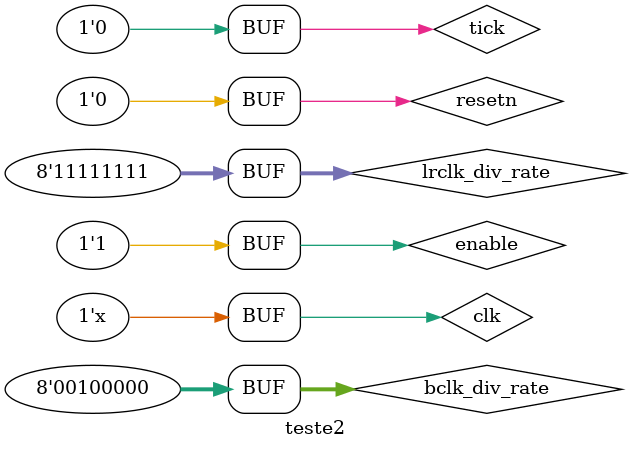
<source format=v>
`timescale 1ns / 1ps


module teste2;

	// Inputs
	reg clk;
	reg resetn;
	reg enable;
	reg tick;
	reg [0:7] bclk_div_rate;
	reg [0:7] lrclk_div_rate;

	// Outputs
	wire bclk;
	wire lrclk;
	wire channel_sync;
	wire frame_sync;

parameter p1 = 4;
	// Instantiate the Unit Under Test (UUT)
	i2s_clkgen uut (
		.clk(clk), 
		.resetn(resetn), 
		.enable(enable), 
		.tick(tick), 
		.bclk_div_rate(p1), 
		.lrclk_div_rate(1'd1), 
		.bclk(bclk), 
		.lrclk(lrclk), 
		.channel_sync(channel_sync), 
		.frame_sync(frame_sync)
	);

	initial begin
		// Initialize Inputs
		clk = 0;
		resetn = 1;
		enable = 0;
		tick = 0;
		bclk_div_rate = 8'b00100000;
		lrclk_div_rate = 8'b11111111;

		// Wait 100 ns for global reset to finish
		#100;
		resetn = 0;
		enable = 1;
        
		// Add stimulus here

	end
      
	always #40
		clk = ~clk;
		
endmodule


</source>
